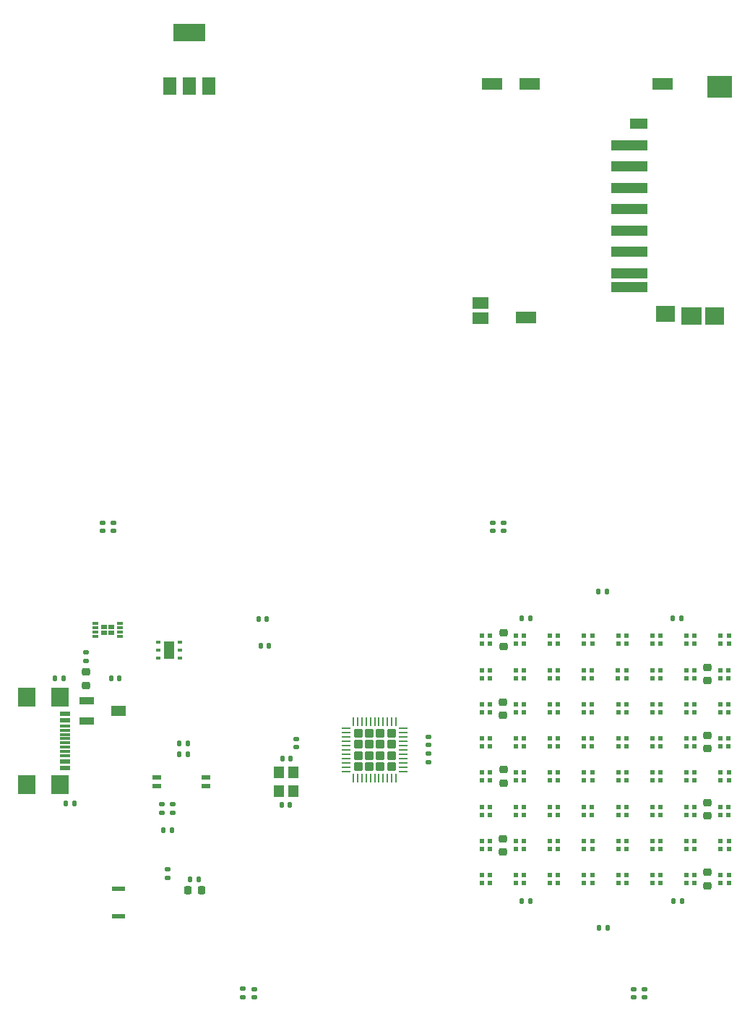
<source format=gbr>
%TF.GenerationSoftware,KiCad,Pcbnew,(6.0.9)*%
%TF.CreationDate,2023-01-08T00:55:17+00:00*%
%TF.ProjectId,il-flatto,696c2d66-6c61-4747-946f-2e6b69636164,rev?*%
%TF.SameCoordinates,Original*%
%TF.FileFunction,Paste,Top*%
%TF.FilePolarity,Positive*%
%FSLAX46Y46*%
G04 Gerber Fmt 4.6, Leading zero omitted, Abs format (unit mm)*
G04 Created by KiCad (PCBNEW (6.0.9)) date 2023-01-08 00:55:17*
%MOMM*%
%LPD*%
G01*
G04 APERTURE LIST*
G04 Aperture macros list*
%AMRoundRect*
0 Rectangle with rounded corners*
0 $1 Rounding radius*
0 $2 $3 $4 $5 $6 $7 $8 $9 X,Y pos of 4 corners*
0 Add a 4 corners polygon primitive as box body*
4,1,4,$2,$3,$4,$5,$6,$7,$8,$9,$2,$3,0*
0 Add four circle primitives for the rounded corners*
1,1,$1+$1,$2,$3*
1,1,$1+$1,$4,$5*
1,1,$1+$1,$6,$7*
1,1,$1+$1,$8,$9*
0 Add four rect primitives between the rounded corners*
20,1,$1+$1,$2,$3,$4,$5,0*
20,1,$1+$1,$4,$5,$6,$7,0*
20,1,$1+$1,$6,$7,$8,$9,0*
20,1,$1+$1,$8,$9,$2,$3,0*%
G04 Aperture macros list end*
%ADD10R,0.550000X0.550000*%
%ADD11RoundRect,0.135000X-0.135000X-0.185000X0.135000X-0.185000X0.135000X0.185000X-0.135000X0.185000X0*%
%ADD12RoundRect,0.225000X0.250000X-0.225000X0.250000X0.225000X-0.250000X0.225000X-0.250000X-0.225000X0*%
%ADD13RoundRect,0.140000X-0.170000X0.140000X-0.170000X-0.140000X0.170000X-0.140000X0.170000X0.140000X0*%
%ADD14RoundRect,0.140000X0.140000X0.170000X-0.140000X0.170000X-0.140000X-0.170000X0.140000X-0.170000X0*%
%ADD15R,0.609600X0.406400*%
%ADD16R,1.193800X2.006600*%
%ADD17RoundRect,0.135000X0.135000X0.185000X-0.135000X0.185000X-0.135000X-0.185000X0.135000X-0.185000X0*%
%ADD18RoundRect,0.225000X-0.250000X0.225000X-0.250000X-0.225000X0.250000X-0.225000X0.250000X0.225000X0*%
%ADD19R,1.150000X0.600000*%
%ADD20R,1.150000X0.300000*%
%ADD21R,2.000000X2.180000*%
%ADD22RoundRect,0.140000X0.170000X-0.140000X0.170000X0.140000X-0.170000X0.140000X-0.170000X-0.140000X0*%
%ADD23RoundRect,0.250000X-0.275000X-0.275000X0.275000X-0.275000X0.275000X0.275000X-0.275000X0.275000X0*%
%ADD24RoundRect,0.062500X-0.475000X-0.062500X0.475000X-0.062500X0.475000X0.062500X-0.475000X0.062500X0*%
%ADD25RoundRect,0.062500X-0.062500X-0.475000X0.062500X-0.475000X0.062500X0.475000X-0.062500X0.475000X0*%
%ADD26R,1.500000X0.550000*%
%ADD27RoundRect,0.135000X0.185000X-0.135000X0.185000X0.135000X-0.185000X0.135000X-0.185000X-0.135000X0*%
%ADD28R,1.016000X0.508000*%
%ADD29R,0.710000X0.580000*%
%ADD30R,0.750000X0.300000*%
%ADD31R,2.400000X1.400000*%
%ADD32R,2.400000X2.100000*%
%ADD33R,2.900000X2.600000*%
%ADD34R,1.950000X1.400000*%
%ADD35R,2.200000X1.850000*%
%ADD36R,2.200000X2.100000*%
%ADD37R,1.950000X1.450000*%
%ADD38R,4.300000X1.200000*%
%ADD39R,2.000000X1.200000*%
%ADD40RoundRect,0.140000X-0.140000X-0.170000X0.140000X-0.170000X0.140000X0.170000X-0.140000X0.170000X0*%
%ADD41R,1.500000X2.000000*%
%ADD42R,3.800000X2.000000*%
%ADD43RoundRect,0.218750X-0.256250X0.218750X-0.256250X-0.218750X0.256250X-0.218750X0.256250X0.218750X0*%
%ADD44R,1.200000X1.400000*%
%ADD45RoundRect,0.218750X-0.218750X-0.256250X0.218750X-0.256250X0.218750X0.256250X-0.218750X0.256250X0*%
%ADD46R,1.752600X0.812800*%
%ADD47R,1.752600X1.193800*%
%ADD48RoundRect,0.135000X-0.185000X0.135000X-0.185000X-0.135000X0.185000X-0.135000X0.185000X0.135000X0*%
G04 APERTURE END LIST*
D10*
%TO.C,D263*%
X215257000Y-113425000D03*
X215257000Y-112475000D03*
X216207000Y-112475000D03*
X216207000Y-113425000D03*
%TD*%
%TO.C,D262*%
X220207000Y-113425000D03*
X220207000Y-112475000D03*
X219257000Y-112475000D03*
X219257000Y-113425000D03*
%TD*%
%TO.C,D261*%
X224207000Y-113425000D03*
X224207000Y-112475000D03*
X223257000Y-112475000D03*
X223257000Y-113425000D03*
%TD*%
%TO.C,D260*%
X227257000Y-113425000D03*
X227257000Y-112475000D03*
X228207000Y-112475000D03*
X228207000Y-113425000D03*
%TD*%
%TO.C,D259*%
X231257000Y-113425000D03*
X231257000Y-112475000D03*
X232207000Y-112475000D03*
X232207000Y-113425000D03*
%TD*%
%TO.C,D258*%
X235257000Y-113425000D03*
X235257000Y-112475000D03*
X236207000Y-112475000D03*
X236207000Y-113425000D03*
%TD*%
%TO.C,D257*%
X239257000Y-113425000D03*
X239257000Y-112475000D03*
X240207000Y-112475000D03*
X240207000Y-113425000D03*
%TD*%
%TO.C,D256*%
X243257000Y-113425000D03*
X243257000Y-112475000D03*
X244207000Y-112475000D03*
X244207000Y-113425000D03*
%TD*%
%TO.C,D255*%
X243242614Y-116482082D03*
X243242614Y-117432082D03*
X244192614Y-117432082D03*
X244192614Y-116482082D03*
%TD*%
%TO.C,D254*%
X240192614Y-116482082D03*
X240192614Y-117432082D03*
X239242614Y-117432082D03*
X239242614Y-116482082D03*
%TD*%
%TO.C,D253*%
X236192614Y-116482082D03*
X236192614Y-117432082D03*
X235242614Y-117432082D03*
X235242614Y-116482082D03*
%TD*%
%TO.C,D252*%
X232192614Y-116482082D03*
X232192614Y-117432082D03*
X231242614Y-117432082D03*
X231242614Y-116482082D03*
%TD*%
%TO.C,D251*%
X228192614Y-116482082D03*
X228192614Y-117432082D03*
X227242614Y-117432082D03*
X227242614Y-116482082D03*
%TD*%
%TO.C,D250*%
X223242614Y-116482082D03*
X223242614Y-117432082D03*
X224192614Y-117432082D03*
X224192614Y-116482082D03*
%TD*%
%TO.C,D249*%
X219242614Y-116482082D03*
X219242614Y-117432082D03*
X220192614Y-117432082D03*
X220192614Y-116482082D03*
%TD*%
%TO.C,D248*%
X216192614Y-116482082D03*
X216192614Y-117432082D03*
X215242614Y-117432082D03*
X215242614Y-116482082D03*
%TD*%
%TO.C,D247*%
X215244457Y-121429189D03*
X215244457Y-120479189D03*
X216194457Y-120479189D03*
X216194457Y-121429189D03*
%TD*%
%TO.C,D246*%
X220194457Y-121429189D03*
X220194457Y-120479189D03*
X219244457Y-120479189D03*
X219244457Y-121429189D03*
%TD*%
%TO.C,D245*%
X224194457Y-121429189D03*
X224194457Y-120479189D03*
X223244457Y-120479189D03*
X223244457Y-121429189D03*
%TD*%
%TO.C,D244*%
X227244457Y-121429189D03*
X227244457Y-120479189D03*
X228194457Y-120479189D03*
X228194457Y-121429189D03*
%TD*%
%TO.C,D243*%
X231244457Y-121429189D03*
X231244457Y-120479189D03*
X232194457Y-120479189D03*
X232194457Y-121429189D03*
%TD*%
%TO.C,D242*%
X235244457Y-121429189D03*
X235244457Y-120479189D03*
X236194457Y-120479189D03*
X236194457Y-121429189D03*
%TD*%
%TO.C,D241*%
X239244457Y-121429189D03*
X239244457Y-120479189D03*
X240194457Y-120479189D03*
X240194457Y-121429189D03*
%TD*%
%TO.C,D240*%
X243244457Y-121429189D03*
X243244457Y-120479189D03*
X244194457Y-120479189D03*
X244194457Y-121429189D03*
%TD*%
%TO.C,D239*%
X244193014Y-124492419D03*
X244193014Y-125442419D03*
X243243014Y-125442419D03*
X243243014Y-124492419D03*
%TD*%
%TO.C,D238*%
X240193014Y-124492419D03*
X240193014Y-125442419D03*
X239243014Y-125442419D03*
X239243014Y-124492419D03*
%TD*%
%TO.C,D237*%
X236193014Y-124492419D03*
X236193014Y-125442419D03*
X235243014Y-125442419D03*
X235243014Y-124492419D03*
%TD*%
%TO.C,D236*%
X232193014Y-124492419D03*
X232193014Y-125442419D03*
X231243014Y-125442419D03*
X231243014Y-124492419D03*
%TD*%
%TO.C,D235*%
X228193014Y-124492419D03*
X228193014Y-125442419D03*
X227243014Y-125442419D03*
X227243014Y-124492419D03*
%TD*%
%TO.C,D234*%
X223243014Y-124492419D03*
X223243014Y-125442419D03*
X224193014Y-125442419D03*
X224193014Y-124492419D03*
%TD*%
%TO.C,D233*%
X219243014Y-124492419D03*
X219243014Y-125442419D03*
X220193014Y-125442419D03*
X220193014Y-124492419D03*
%TD*%
%TO.C,D232*%
X216193014Y-124492419D03*
X216193014Y-125442419D03*
X215243014Y-125442419D03*
X215243014Y-124492419D03*
%TD*%
%TO.C,D231*%
X215247391Y-129428490D03*
X215247391Y-128478490D03*
X216197391Y-128478490D03*
X216197391Y-129428490D03*
%TD*%
%TO.C,D230*%
X220197391Y-129428490D03*
X220197391Y-128478490D03*
X219247391Y-128478490D03*
X219247391Y-129428490D03*
%TD*%
%TO.C,D229*%
X224197391Y-129428490D03*
X224197391Y-128478490D03*
X223247391Y-128478490D03*
X223247391Y-129428490D03*
%TD*%
%TO.C,D228*%
X227247391Y-129428490D03*
X227247391Y-128478490D03*
X228197391Y-128478490D03*
X228197391Y-129428490D03*
%TD*%
%TO.C,D227*%
X231247391Y-129428490D03*
X231247391Y-128478490D03*
X232197391Y-128478490D03*
X232197391Y-129428490D03*
%TD*%
%TO.C,D226*%
X235247391Y-129428490D03*
X235247391Y-128478490D03*
X236197391Y-128478490D03*
X236197391Y-129428490D03*
%TD*%
%TO.C,D225*%
X239247391Y-129428490D03*
X239247391Y-128478490D03*
X240197391Y-128478490D03*
X240197391Y-129428490D03*
%TD*%
%TO.C,D224*%
X243247391Y-129428490D03*
X243247391Y-128478490D03*
X244197391Y-128478490D03*
X244197391Y-129428490D03*
%TD*%
%TO.C,D223*%
X244194138Y-132486487D03*
X244194138Y-133436487D03*
X243244138Y-133436487D03*
X243244138Y-132486487D03*
%TD*%
%TO.C,D222*%
X240194138Y-132486487D03*
X240194138Y-133436487D03*
X239244138Y-133436487D03*
X239244138Y-132486487D03*
%TD*%
%TO.C,D221*%
X236194138Y-132486487D03*
X236194138Y-133436487D03*
X235244138Y-133436487D03*
X235244138Y-132486487D03*
%TD*%
%TO.C,D220*%
X232194138Y-132486487D03*
X232194138Y-133436487D03*
X231244138Y-133436487D03*
X231244138Y-132486487D03*
%TD*%
%TO.C,D219*%
X228194138Y-132486487D03*
X228194138Y-133436487D03*
X227244138Y-133436487D03*
X227244138Y-132486487D03*
%TD*%
%TO.C,D218*%
X223244138Y-132486487D03*
X223244138Y-133436487D03*
X224194138Y-133436487D03*
X224194138Y-132486487D03*
%TD*%
%TO.C,D217*%
X219244138Y-132486487D03*
X219244138Y-133436487D03*
X220194138Y-133436487D03*
X220194138Y-132486487D03*
%TD*%
%TO.C,D216*%
X216194138Y-132486487D03*
X216194138Y-133436487D03*
X215244138Y-133436487D03*
X215244138Y-132486487D03*
%TD*%
%TO.C,D215*%
X215253391Y-137432490D03*
X215253391Y-136482490D03*
X216203391Y-136482490D03*
X216203391Y-137432490D03*
%TD*%
%TO.C,D214*%
X220203391Y-137432490D03*
X220203391Y-136482490D03*
X219253391Y-136482490D03*
X219253391Y-137432490D03*
%TD*%
%TO.C,D213*%
X224203391Y-137432490D03*
X224203391Y-136482490D03*
X223253391Y-136482490D03*
X223253391Y-137432490D03*
%TD*%
%TO.C,D212*%
X227253391Y-137432490D03*
X227253391Y-136482490D03*
X228203391Y-136482490D03*
X228203391Y-137432490D03*
%TD*%
%TO.C,D211*%
X231253391Y-137432490D03*
X231253391Y-136482490D03*
X232203391Y-136482490D03*
X232203391Y-137432490D03*
%TD*%
%TO.C,D210*%
X235253391Y-137432490D03*
X235253391Y-136482490D03*
X236203391Y-136482490D03*
X236203391Y-137432490D03*
%TD*%
%TO.C,D209*%
X239253391Y-137432490D03*
X239253391Y-136482490D03*
X240203391Y-136482490D03*
X240203391Y-137432490D03*
%TD*%
%TO.C,D208*%
X243253391Y-137432490D03*
X243253391Y-136482490D03*
X244203391Y-136482490D03*
X244203391Y-137432490D03*
%TD*%
%TO.C,D207*%
X244203391Y-140482490D03*
X244203391Y-141432490D03*
X243253391Y-141432490D03*
X243253391Y-140482490D03*
%TD*%
%TO.C,D206*%
X240203391Y-140482490D03*
X240203391Y-141432490D03*
X239253391Y-141432490D03*
X239253391Y-140482490D03*
%TD*%
%TO.C,D205*%
X236203391Y-140482490D03*
X236203391Y-141432490D03*
X235253391Y-141432490D03*
X235253391Y-140482490D03*
%TD*%
%TO.C,D204*%
X232203391Y-140482490D03*
X232203391Y-141432490D03*
X231253391Y-141432490D03*
X231253391Y-140482490D03*
%TD*%
%TO.C,D203*%
X228203391Y-140482490D03*
X228203391Y-141432490D03*
X227253391Y-141432490D03*
X227253391Y-140482490D03*
%TD*%
%TO.C,D202*%
X223253391Y-140482490D03*
X223253391Y-141432490D03*
X224203391Y-141432490D03*
X224203391Y-140482490D03*
%TD*%
%TO.C,D201*%
X219253391Y-140482490D03*
X219253391Y-141432490D03*
X220203391Y-141432490D03*
X220203391Y-140482490D03*
%TD*%
%TO.C,D200*%
X216203391Y-140482490D03*
X216203391Y-141432490D03*
X215253391Y-141432490D03*
X215253391Y-140482490D03*
%TD*%
D11*
%TO.C,R110*%
X229029800Y-146685000D03*
X230049800Y-146685000D03*
%TD*%
D12*
%TO.C,C304*%
X241668014Y-125700419D03*
X241668014Y-124150419D03*
%TD*%
D13*
%TO.C,C113*%
X187299600Y-153799600D03*
X187299600Y-154759600D03*
%TD*%
D11*
%TO.C,R107*%
X219962000Y-110464600D03*
X220982000Y-110464600D03*
%TD*%
D14*
%TO.C,C102*%
X192834200Y-126873000D03*
X191874200Y-126873000D03*
%TD*%
D15*
%TO.C,U102*%
X177355149Y-113220149D03*
X177355149Y-114170150D03*
X177355149Y-115120151D03*
X179895149Y-115120151D03*
X179895149Y-114170150D03*
X179895149Y-113220149D03*
D16*
X178625149Y-114170150D03*
%TD*%
D17*
%TO.C,R101*%
X180850000Y-125095000D03*
X179830000Y-125095000D03*
%TD*%
D18*
%TO.C,C303*%
X217784575Y-128155175D03*
X217784575Y-129705175D03*
%TD*%
D19*
%TO.C,X101*%
X166408700Y-121564800D03*
X166408700Y-122364800D03*
D20*
X166408700Y-123514800D03*
X166408700Y-124514800D03*
X166408700Y-125014800D03*
X166408700Y-126014800D03*
D19*
X166408700Y-127964800D03*
X166408700Y-127164800D03*
D20*
X166408700Y-126514800D03*
X166408700Y-125514800D03*
X166408700Y-124014800D03*
X166408700Y-123014800D03*
D21*
X165833700Y-119654800D03*
X165833700Y-129874800D03*
X161903700Y-119654800D03*
X161903700Y-129874800D03*
%TD*%
D17*
%TO.C,R106*%
X229922800Y-107315000D03*
X228902800Y-107315000D03*
%TD*%
D22*
%TO.C,C108*%
X170815000Y-100175000D03*
X170815000Y-99215000D03*
%TD*%
D23*
%TO.C,U101*%
X203367400Y-126481600D03*
X200767400Y-126481600D03*
X204667400Y-125181600D03*
X202067400Y-126481600D03*
X203367400Y-125181600D03*
X200767400Y-127781600D03*
X203367400Y-123881600D03*
X204667400Y-126481600D03*
X203367400Y-127781600D03*
X204667400Y-123881600D03*
X204667400Y-127781600D03*
X200767400Y-125181600D03*
X202067400Y-127781600D03*
X202067400Y-123881600D03*
X202067400Y-125181600D03*
X200767400Y-123881600D03*
D24*
X199379900Y-123331600D03*
X199379900Y-123831600D03*
X199379900Y-124331600D03*
X199379900Y-124831600D03*
X199379900Y-125331600D03*
X199379900Y-125831600D03*
X199379900Y-126331600D03*
X199379900Y-126831600D03*
X199379900Y-127331600D03*
X199379900Y-127831600D03*
X199379900Y-128331600D03*
D25*
X200217400Y-129169100D03*
X200717400Y-129169100D03*
X201217400Y-129169100D03*
X201717400Y-129169100D03*
X202217400Y-129169100D03*
X202717400Y-129169100D03*
X203217400Y-129169100D03*
X203717400Y-129169100D03*
X204217400Y-129169100D03*
X204717400Y-129169100D03*
X205217400Y-129169100D03*
D24*
X206054900Y-128331600D03*
X206054900Y-127831600D03*
X206054900Y-127331600D03*
X206054900Y-126831600D03*
X206054900Y-126331600D03*
X206054900Y-125831600D03*
X206054900Y-125331600D03*
X206054900Y-124831600D03*
X206054900Y-124331600D03*
X206054900Y-123831600D03*
X206054900Y-123331600D03*
D25*
X205217400Y-122494100D03*
X204717400Y-122494100D03*
X204217400Y-122494100D03*
X203717400Y-122494100D03*
X203217400Y-122494100D03*
X202717400Y-122494100D03*
X202217400Y-122494100D03*
X201717400Y-122494100D03*
X201217400Y-122494100D03*
X200717400Y-122494100D03*
X200217400Y-122494100D03*
%TD*%
D13*
%TO.C,C110*%
X188595000Y-153825000D03*
X188595000Y-154785000D03*
%TD*%
D26*
%TO.C,S102*%
X172720000Y-145313022D03*
X172720000Y-142063022D03*
%TD*%
D11*
%TO.C,R202*%
X166495000Y-132080000D03*
X167515000Y-132080000D03*
%TD*%
D22*
%TO.C,C205*%
X209000000Y-127230000D03*
X209000000Y-126270000D03*
%TD*%
D18*
%TO.C,C305*%
X217769457Y-120221189D03*
X217769457Y-121771189D03*
%TD*%
D22*
%TO.C,C107*%
X217840000Y-100175000D03*
X217840000Y-99215000D03*
%TD*%
D13*
%TO.C,C109*%
X234315000Y-153825000D03*
X234315000Y-154785000D03*
%TD*%
D27*
%TO.C,R203*%
X177800000Y-133225000D03*
X177800000Y-132205000D03*
%TD*%
D18*
%TO.C,C307*%
X217782000Y-112133000D03*
X217782000Y-113683000D03*
%TD*%
D22*
%TO.C,C111*%
X216570000Y-100175000D03*
X216570000Y-99215000D03*
%TD*%
D14*
%TO.C,C101*%
X192758000Y-132283200D03*
X191798000Y-132283200D03*
%TD*%
D12*
%TO.C,C306*%
X241667614Y-117690082D03*
X241667614Y-116140082D03*
%TD*%
D27*
%TO.C,R204*%
X179070000Y-133225000D03*
X179070000Y-132205000D03*
%TD*%
D11*
%TO.C,R111*%
X219962000Y-143510000D03*
X220982000Y-143510000D03*
%TD*%
D14*
%TO.C,C106*%
X190345000Y-113665000D03*
X189385000Y-113665000D03*
%TD*%
%TO.C,C105*%
X190075000Y-110500000D03*
X189115000Y-110500000D03*
%TD*%
D27*
%TO.C,R112*%
X168910000Y-115445000D03*
X168910000Y-114425000D03*
%TD*%
D28*
%TO.C,S103*%
X182980200Y-129040001D03*
X177189000Y-129040001D03*
X182980200Y-130039999D03*
X177189000Y-130039999D03*
%TD*%
D17*
%TO.C,R109*%
X238685800Y-110464600D03*
X237665800Y-110464600D03*
%TD*%
D22*
%TO.C,C112*%
X172110400Y-100175000D03*
X172110400Y-99215000D03*
%TD*%
D29*
%TO.C,U103*%
X171887500Y-112122500D03*
X171012500Y-111397500D03*
X171012500Y-112122500D03*
X171887500Y-111397500D03*
D30*
X172900000Y-112510000D03*
X172900000Y-112010000D03*
X172900000Y-111510000D03*
X172900000Y-111010000D03*
X170000000Y-111010000D03*
X170000000Y-111510000D03*
X170000000Y-112010000D03*
X170000000Y-112510000D03*
%TD*%
D31*
%TO.C,X2*%
X220857172Y-47825000D03*
X220407172Y-75225000D03*
X236457172Y-47825000D03*
D32*
X239807172Y-75025000D03*
D33*
X243157172Y-48225000D03*
D34*
X215107172Y-73475000D03*
D31*
X216507172Y-47825000D03*
D35*
X236757172Y-74800000D03*
D36*
X242557172Y-75025000D03*
D37*
X215107172Y-75300000D03*
D38*
X232568655Y-71639023D03*
X232568655Y-70014023D03*
D39*
X233643655Y-52514023D03*
D38*
X232568655Y-67514023D03*
X232568655Y-65014023D03*
X232568655Y-62514023D03*
X232568655Y-60014023D03*
X232568655Y-57514023D03*
X232568655Y-55014023D03*
%TD*%
D17*
%TO.C,R103*%
X178945000Y-135255000D03*
X177925000Y-135255000D03*
%TD*%
D11*
%TO.C,R108*%
X237742000Y-143510000D03*
X238762000Y-143510000D03*
%TD*%
D13*
%TO.C,C103*%
X193497200Y-124564200D03*
X193497200Y-125524200D03*
%TD*%
D40*
%TO.C,C104*%
X171808200Y-117475000D03*
X172768200Y-117475000D03*
%TD*%
D41*
%TO.C,IC2*%
X183275000Y-48140000D03*
D42*
X180975000Y-41840000D03*
D41*
X180975000Y-48140000D03*
X178675000Y-48140000D03*
%TD*%
D43*
%TO.C,D102*%
X168910000Y-116687500D03*
X168910000Y-118262500D03*
%TD*%
D44*
%TO.C,Q101*%
X193178800Y-130665400D03*
X193178800Y-128465400D03*
X191478800Y-128465400D03*
X191478800Y-130665400D03*
%TD*%
D12*
%TO.C,C302*%
X241669138Y-133568487D03*
X241669138Y-132018487D03*
%TD*%
D18*
%TO.C,C301*%
X217778391Y-136224490D03*
X217778391Y-137774490D03*
%TD*%
D11*
%TO.C,R201*%
X165225000Y-117475000D03*
X166245000Y-117475000D03*
%TD*%
%TO.C,R104*%
X181100000Y-140970000D03*
X182120000Y-140970000D03*
%TD*%
D12*
%TO.C,C300*%
X241678391Y-141732490D03*
X241678391Y-140182490D03*
%TD*%
D13*
%TO.C,C114*%
X233045000Y-153825000D03*
X233045000Y-154785000D03*
%TD*%
D11*
%TO.C,R102*%
X179830000Y-126365000D03*
X180850000Y-126365000D03*
%TD*%
D45*
%TO.C,D101*%
X180822500Y-142240000D03*
X182397500Y-142240000D03*
%TD*%
D13*
%TO.C,C206*%
X209000000Y-124270000D03*
X209000000Y-125230000D03*
%TD*%
D46*
%TO.C,S101*%
X168935400Y-120110250D03*
D47*
X172694600Y-121285000D03*
D46*
X168935400Y-122459750D03*
%TD*%
D48*
%TO.C,R105*%
X178435000Y-139825000D03*
X178435000Y-140845000D03*
%TD*%
M02*

</source>
